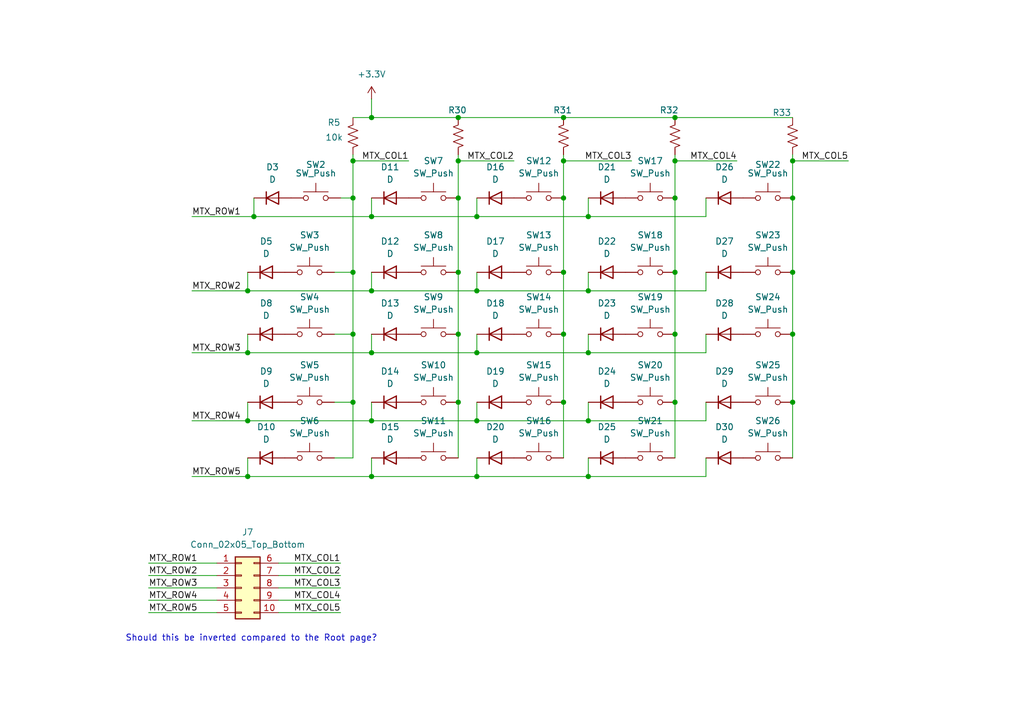
<source format=kicad_sch>
(kicad_sch (version 20250114) (generator "eeschema") (generator_version "9.0")
  (paper "A5")
  (title_block (date "2025-08-20") (rev "Rev5") (company "University of Toronto Human Powered Vehicles"))
  (lib_symbols
    (symbol "Connector_Generic:Conn_02x05_Top_Bottom" (pin_names (offset 1.016) (hide yes))
      (property "Reference" "J" (at 1.27 7.62 0))
      (property "Value" "Conn_02x05_Top_Bottom" (at 1.27 -7.62 0))
      (symbol "Conn_02x05_Top_Bottom_1_1"
        (rectangle (start -1.27 6.35) (end 3.81 -6.35) (stroke (width 0.254)) (fill (type background)))
        (rectangle (start -1.27 5.207) (end 0 4.953) (stroke (width 0.1524)))
        (rectangle (start -1.27 2.667) (end 0 2.413) (stroke (width 0.1524)))
        (rectangle (start -1.27 0.127) (end 0 -0.127) (stroke (width 0.1524)))
        (rectangle (start -1.27 -2.413) (end 0 -2.667) (stroke (width 0.1524)))
        (rectangle (start -1.27 -4.953) (end 0 -5.207) (stroke (width 0.1524)))
        (rectangle (start 3.81 5.207) (end 2.54 4.953) (stroke (width 0.1524)))
        (rectangle (start 3.81 2.667) (end 2.54 2.413) (stroke (width 0.1524)))
        (rectangle (start 3.81 0.127) (end 2.54 -0.127) (stroke (width 0.1524)))
        (rectangle (start 3.81 -2.413) (end 2.54 -2.667) (stroke (width 0.1524)))
        (rectangle (start 3.81 -4.953) (end 2.54 -5.207) (stroke (width 0.1524)))
        (pin passive line (at -5.08 5.08 0) (length 3.81) (name "Pin_1") (number "1"))
        (pin passive line (at -5.08 2.54 0) (length 3.81) (name "Pin_2") (number "2"))
        (pin passive line (at -5.08 0 0) (length 3.81) (name "Pin_3") (number "3"))
        (pin passive line (at -5.08 -2.54 0) (length 3.81) (name "Pin_4") (number "4"))
        (pin passive line (at -5.08 -5.08 0) (length 3.81) (name "Pin_5") (number "5"))
        (pin passive line (at 7.62 5.08 180) (length 3.81) (name "Pin_6") (number "6"))
        (pin passive line (at 7.62 2.54 180) (length 3.81) (name "Pin_7") (number "7"))
        (pin passive line (at 7.62 0 180) (length 3.81) (name "Pin_8") (number "8"))
        (pin passive line (at 7.62 -2.54 180) (length 3.81) (name "Pin_9") (number "9"))
        (pin passive line (at 7.62 -5.08 180) (length 3.81) (name "Pin_10") (number "10"))
      )
    )
    (symbol "Device:D" (pin_numbers (hide yes)) (pin_names (offset 1.016) (hide yes))
      (property "Reference" "D" (at 0 2.54 0))
      (property "Value" "D" (at 0 -2.54 0))
      (symbol "D_0_1"
        (polyline (pts (xy -1.27 1.27) (xy -1.27 -1.27)) (stroke (width 0.254)))
        (polyline (pts (xy 1.27 1.27) (xy 1.27 -1.27) (xy -1.27 0) (xy 1.27 1.27)) (stroke (width 0.254)))
        (polyline (pts (xy 1.27 0) (xy -1.27 0)))
      )
      (symbol "D_1_1"
        (pin passive line (at -3.81 0 0) (length 2.54) (name "K") (number "1"))
        (pin passive line (at 3.81 0 180) (length 2.54) (name "A") (number "2"))
      )
    )
    (symbol "Device:R_US" (pin_numbers (hide yes)) (pin_names (offset 0))
      (property "Reference" "R" (at 2.54 0 90))
      (property "Value" "R_US" (at -2.54 0 90))
      (symbol "R_US_0_1"
        (polyline (pts (xy 0 2.286) (xy 0 2.54)))
        (polyline (pts (xy 0 2.286) (xy 1.016 1.905) (xy 0 1.524) (xy -1.016 1.143) (xy 0 0.762)))
        (polyline (pts (xy 0 0.762) (xy 1.016 0.381) (xy 0 0) (xy -1.016 -0.381) (xy 0 -0.762)))
        (polyline (pts (xy 0 -0.762) (xy 1.016 -1.143) (xy 0 -1.524) (xy -1.016 -1.905) (xy 0 -2.286)))
        (polyline (pts (xy 0 -2.286) (xy 0 -2.54)))
      )
      (symbol "R_US_1_1"
        (pin passive line (at 0 3.81 270) (length 1.27) (name "~") (number "1"))
        (pin passive line (at 0 -3.81 90) (length 1.27) (name "~") (number "2"))
      )
    )
    (symbol "Switch:SW_Push" (pin_numbers (hide yes)) (pin_names (offset 1.016) (hide yes))
      (property "Reference" "SW" (at 1.27 2.54 0))
      (property "Value" "SW_Push" (at 0 -1.524 0))
      (symbol "SW_Push_0_1"
        (circle (center -2.032 0) (radius 0.508))
        (polyline (pts (xy 0 1.27) (xy 0 3.048)))
        (circle (center 2.032 0) (radius 0.508))
        (polyline (pts (xy 2.54 1.27) (xy -2.54 1.27)))
        (pin passive line (at -5.08 0 0) (length 2.54) (name "1") (number "1"))
        (pin passive line (at 5.08 0 180) (length 2.54) (name "2") (number "2"))
      )
    )
    (symbol "power:+3.3V" (power) (pin_numbers (hide yes)) (pin_names (offset 0) (hide yes))
      (property "Value" "+3.3V" (at 0 3.556 0))
      (symbol "+3.3V_0_1"
        (polyline (pts (xy -0.762 1.27) (xy 0 2.54)))
        (polyline (pts (xy 0 2.54) (xy 0.762 1.27)))
        (polyline (pts (xy 0 0) (xy 0 2.54)))
      )
      (symbol "+3.3V_1_1"
        (pin power_in line (at 0 0 90) (length 0) (name "~") (number "1"))
      )
    )
  )
  (text "Should this be inverted compared to the Root page?" (at 51.562 131.064 0) (effects (font (size 1.27 1.27))))
  (junction (at 120.65 72.39))
  (junction (at 72.39 33.02))
  (junction (at 97.79 72.39))
  (junction (at 76.2 72.39))
  (junction (at 76.2 44.45))
  (junction (at 120.65 44.45))
  (junction (at 76.2 97.79))
  (junction (at 115.57 55.88))
  (junction (at 93.98 55.88))
  (junction (at 120.65 86.36))
  (junction (at 138.43 33.02))
  (junction (at 115.57 82.55))
  (junction (at 50.8 86.36))
  (junction (at 162.56 40.64))
  (junction (at 138.43 82.55))
  (junction (at 138.43 24.13))
  (junction (at 97.79 59.69))
  (junction (at 50.8 97.79))
  (junction (at 162.56 55.88))
  (junction (at 97.79 44.45))
  (junction (at 76.2 24.13))
  (junction (at 138.43 55.88))
  (junction (at 138.43 68.58))
  (junction (at 50.8 59.69))
  (junction (at 115.57 33.02))
  (junction (at 76.2 86.36))
  (junction (at 72.39 55.88))
  (junction (at 120.65 97.79))
  (junction (at 93.98 40.64))
  (junction (at 52.07 44.45))
  (junction (at 162.56 82.55))
  (junction (at 138.43 40.64))
  (junction (at 72.39 68.58))
  (junction (at 162.56 68.58))
  (junction (at 97.79 97.79))
  (junction (at 115.57 68.58))
  (junction (at 76.2 59.69))
  (junction (at 120.65 59.69))
  (junction (at 50.8 72.39))
  (junction (at 115.57 24.13))
  (junction (at 93.98 82.55))
  (junction (at 72.39 82.55))
  (junction (at 115.57 40.64))
  (junction (at 162.56 33.02))
  (junction (at 72.39 40.64))
  (junction (at 93.98 68.58))
  (junction (at 97.79 86.36))
  (junction (at 93.98 24.13))
  (junction (at 93.98 33.02))
  (wire (pts (xy 120.65 86.36) (xy 144.78 86.36)))
  (wire (pts (xy 270.51 106.68) (xy 270.51 105.41)))
  (wire (pts (xy 138.43 24.13) (xy 162.56 24.13)))
  (wire (pts (xy 76.2 20.32) (xy 76.2 24.13)))
  (wire (pts (xy 120.65 44.45) (xy 97.79 44.45)))
  (wire (pts (xy 52.07 44.45) (xy 52.07 40.64)))
  (wire (pts (xy 173.99 33.02) (xy 162.56 33.02)))
  (wire (pts (xy 144.78 40.64) (xy 144.78 44.45)))
  (wire (pts (xy 97.79 93.98) (xy 97.79 97.79)))
  (wire (pts (xy 138.43 68.58) (xy 138.43 82.55)))
  (wire (pts (xy 68.58 68.58) (xy 72.39 68.58)))
  (wire (pts (xy 76.2 97.79) (xy 50.8 97.79)))
  (wire (pts (xy 144.78 72.39) (xy 144.78 68.58)))
  (wire (pts (xy 138.43 82.55) (xy 138.43 93.98)))
  (wire (pts (xy 120.65 72.39) (xy 144.78 72.39)))
  (wire (pts (xy 93.98 68.58) (xy 93.98 82.55)))
  (wire (pts (xy 50.8 97.79) (xy 50.8 93.98)))
  (wire (pts (xy 97.79 59.69) (xy 76.2 59.69)))
  (wire (pts (xy 57.15 125.73) (xy 69.85 125.73)))
  (wire (pts (xy 72.39 68.58) (xy 72.39 82.55)))
  (wire (pts (xy 93.98 24.13) (xy 115.57 24.13)))
  (wire (pts (xy 120.65 93.98) (xy 120.65 97.79)))
  (wire (pts (xy 162.56 33.02) (xy 162.56 40.64)))
  (wire (pts (xy 115.57 33.02) (xy 115.57 40.64)))
  (wire (pts (xy 68.58 82.55) (xy 72.39 82.55)))
  (wire (pts (xy 69.85 120.65) (xy 57.15 120.65)))
  (wire (pts (xy 72.39 55.88) (xy 72.39 68.58)))
  (wire (pts (xy 93.98 40.64) (xy 93.98 55.88)))
  (wire (pts (xy 72.39 93.98) (xy 68.58 93.98)))
  (wire (pts (xy 72.39 82.55) (xy 72.39 93.98)))
  (wire (pts (xy 39.37 44.45) (xy 52.07 44.45)))
  (wire (pts (xy 105.41 33.02) (xy 93.98 33.02)))
  (wire (pts (xy 68.58 55.88) (xy 72.39 55.88)))
  (wire (pts (xy 120.65 82.55) (xy 120.65 86.36)))
  (wire (pts (xy 115.57 82.55) (xy 115.57 93.98)))
  (wire (pts (xy 97.79 72.39) (xy 120.65 72.39)))
  (wire (pts (xy 97.79 55.88) (xy 97.79 59.69)))
  (wire (pts (xy 30.48 123.19) (xy 44.45 123.19)))
  (wire (pts (xy 93.98 33.02) (xy 93.98 40.64)))
  (wire (pts (xy 115.57 31.75) (xy 115.57 33.02)))
  (wire (pts (xy 83.82 33.02) (xy 72.39 33.02)))
  (wire (pts (xy 50.8 72.39) (xy 50.8 68.58)))
  (wire (pts (xy 144.78 55.88) (xy 144.78 59.69)))
  (wire (pts (xy 39.37 86.36) (xy 50.8 86.36)))
  (wire (pts (xy 151.13 33.02) (xy 138.43 33.02)))
  (wire (pts (xy 69.85 118.11) (xy 57.15 118.11)))
  (wire (pts (xy 50.8 59.69) (xy 76.2 59.69)))
  (wire (pts (xy 115.57 55.88) (xy 115.57 68.58)))
  (wire (pts (xy 30.48 125.73) (xy 44.45 125.73)))
  (wire (pts (xy 138.43 33.02) (xy 138.43 40.64)))
  (wire (pts (xy 72.39 31.75) (xy 72.39 33.02)))
  (wire (pts (xy 93.98 31.75) (xy 93.98 33.02)))
  (wire (pts (xy 39.37 59.69) (xy 50.8 59.69)))
  (wire (pts (xy 120.65 55.88) (xy 120.65 59.69)))
  (wire (pts (xy 144.78 97.79) (xy 144.78 93.98)))
  (wire (pts (xy 50.8 59.69) (xy 50.8 55.88)))
  (wire (pts (xy 138.43 40.64) (xy 138.43 55.88)))
  (wire (pts (xy 30.48 118.11) (xy 44.45 118.11)))
  (wire (pts (xy 76.2 40.64) (xy 76.2 44.45)))
  (wire (pts (xy 76.2 68.58) (xy 76.2 72.39)))
  (wire (pts (xy 115.57 40.64) (xy 115.57 55.88)))
  (wire (pts (xy 30.48 115.57) (xy 44.45 115.57)))
  (wire (pts (xy 120.65 59.69) (xy 97.79 59.69)))
  (wire (pts (xy 120.65 68.58) (xy 120.65 72.39)))
  (wire (pts (xy 69.85 40.64) (xy 72.39 40.64)))
  (wire (pts (xy 69.85 115.57) (xy 57.15 115.57)))
  (wire (pts (xy 138.43 31.75) (xy 138.43 33.02)))
  (wire (pts (xy 72.39 33.02) (xy 72.39 40.64)))
  (wire (pts (xy 76.2 55.88) (xy 76.2 59.69)))
  (wire (pts (xy 76.2 72.39) (xy 97.79 72.39)))
  (wire (pts (xy 120.65 40.64) (xy 120.65 44.45)))
  (wire (pts (xy 97.79 68.58) (xy 97.79 72.39)))
  (wire (pts (xy 144.78 86.36) (xy 144.78 82.55)))
  (wire (pts (xy 52.07 44.45) (xy 76.2 44.45)))
  (wire (pts (xy 144.78 44.45) (xy 120.65 44.45)))
  (wire (pts (xy 76.2 97.79) (xy 97.79 97.79)))
  (wire (pts (xy 72.39 40.64) (xy 72.39 55.88)))
  (wire (pts (xy 162.56 55.88) (xy 162.56 68.58)))
  (wire (pts (xy 76.2 82.55) (xy 76.2 86.36)))
  (wire (pts (xy 76.2 24.13) (xy 93.98 24.13)))
  (wire (pts (xy 144.78 59.69) (xy 120.65 59.69)))
  (wire (pts (xy 115.57 24.13) (xy 138.43 24.13)))
  (wire (pts (xy 97.79 86.36) (xy 120.65 86.36)))
  (wire (pts (xy 72.39 24.13) (xy 76.2 24.13)))
  (wire (pts (xy 162.56 40.64) (xy 162.56 55.88)))
  (wire (pts (xy 162.56 82.55) (xy 162.56 93.98)))
  (wire (pts (xy 30.48 120.65) (xy 44.45 120.65)))
  (wire (pts (xy 93.98 55.88) (xy 93.98 68.58)))
  (wire (pts (xy 39.37 97.79) (xy 50.8 97.79)))
  (wire (pts (xy 97.79 82.55) (xy 97.79 86.36)))
  (wire (pts (xy 162.56 31.75) (xy 162.56 33.02)))
  (wire (pts (xy 76.2 86.36) (xy 97.79 86.36)))
  (wire (pts (xy 50.8 86.36) (xy 50.8 82.55)))
  (wire (pts (xy 97.79 40.64) (xy 97.79 44.45)))
  (wire (pts (xy 138.43 55.88) (xy 138.43 68.58)))
  (wire (pts (xy 76.2 93.98) (xy 76.2 97.79)))
  (wire (pts (xy 97.79 44.45) (xy 76.2 44.45)))
  (wire (pts (xy 162.56 68.58) (xy 162.56 82.55)))
  (wire (pts (xy 50.8 86.36) (xy 76.2 86.36)))
  (wire (pts (xy 93.98 82.55) (xy 93.98 93.98)))
  (wire (pts (xy 115.57 68.58) (xy 115.57 82.55)))
  (wire (pts (xy 69.85 123.19) (xy 57.15 123.19)))
  (wire (pts (xy 129.54 33.02) (xy 115.57 33.02)))
  (wire (pts (xy 97.79 97.79) (xy 120.65 97.79)))
  (wire (pts (xy 50.8 72.39) (xy 76.2 72.39)))
  (wire (pts (xy 120.65 97.79) (xy 144.78 97.79)))
  (wire (pts (xy 39.37 72.39) (xy 50.8 72.39)))
  (label "MTX_COL5" (at 69.85 125.73 180))
  (label "MTX_ROW5" (at 30.48 125.73 0))
  (label "MTX_COL2" (at 69.85 118.11 180))
  (label "MTX_ROW3" (at 39.37 72.39 0))
  (label "MTX_COL4" (at 151.13 33.02 180))
  (label "MTX_COL3" (at 69.85 120.65 180))
  (label "MTX_ROW3" (at 30.48 120.65 0))
  (label "MTX_COL3" (at 129.54 33.02 180))
  (label "MTX_COL4" (at 69.85 123.19 180))
  (label "MTX_COL5" (at 173.99 33.02 180))
  (label "MTX_COL1" (at 69.85 115.57 180))
  (label "MTX_ROW2" (at 30.48 118.11 0))
  (label "MTX_ROW1" (at 39.37 44.45 0))
  (label "MTX_COL2" (at 105.41 33.02 180))
  (label "MTX_ROW4" (at 39.37 86.36 0))
  (label "MTX_ROW4" (at 30.48 123.19 0))
  (label "MTX_ROW1" (at 30.48 115.57 0))
  (label "MTX_COL1" (at 83.82 33.02 180))
  (label "MTX_ROW5" (at 39.37 97.79 0))
  (label "MTX_ROW2" (at 39.37 59.69 0))
  (symbol (lib_id "Switch:SW_Push") (at 157.48 68.58 0) (unit 1)
    (property "Reference" "SW24" (at 157.48 60.96 0))
    (property "Value" "SW_Push" (at 157.48 63.5 0))
    (property "Description" "Push button switch, generic, two pins" (effects (hide yes)))
  )
  (symbol (lib_id "Switch:SW_Push") (at 64.77 40.64 0) (unit 1)
    (property "Reference" "SW2" (at 64.77 33.782 0))
    (property "Value" "SW_Push" (at 64.77 35.56 0))
    (property "Description" "Push button switch, generic, two pins" (effects (hide yes)))
  )
  (symbol (lib_id "Switch:SW_Push") (at 110.49 82.55 0) (unit 1)
    (property "Reference" "SW15" (at 110.49 74.93 0))
    (property "Value" "SW_Push" (at 110.49 77.47 0))
    (property "Description" "Push button switch, generic, two pins" (effects (hide yes)))
  )
  (symbol (lib_id "Device:D") (at 80.01 55.88 0) (unit 1)
    (property "Reference" "D12" (at 80.01 49.53 0))
    (property "Value" "D" (at 80.01 52.07 0))
    (property "Description" "Diode" (effects (hide yes)))
    (property "Sim.Device" "D" (effects (hide yes)))
    (property "Sim.Pins" "1=K 2=A" (effects (hide yes)))
  )
  (symbol (lib_id "Switch:SW_Push") (at 157.48 40.64 0) (unit 1)
    (property "Reference" "SW22" (at 157.48 33.782 0))
    (property "Value" "SW_Push" (at 157.48 35.56 0))
    (property "Description" "Push button switch, generic, two pins" (effects (hide yes)))
  )
  (symbol (lib_id "Device:D") (at 148.59 55.88 0) (unit 1)
    (property "Reference" "D27" (at 148.59 49.53 0))
    (property "Value" "D" (at 148.59 52.07 0))
    (property "Description" "Diode" (effects (hide yes)))
    (property "Sim.Device" "D" (effects (hide yes)))
    (property "Sim.Pins" "1=K 2=A" (effects (hide yes)))
  )
  (symbol (lib_id "Device:D") (at 54.61 93.98 0) (unit 1)
    (property "Reference" "D10" (at 54.61 87.63 0))
    (property "Value" "D" (at 54.61 90.17 0))
    (property "Description" "Diode" (effects (hide yes)))
    (property "Sim.Device" "D" (effects (hide yes)))
    (property "Sim.Pins" "1=K 2=A" (effects (hide yes)))
  )
  (symbol (lib_id "Device:D") (at 124.46 40.64 0) (unit 1)
    (property "Reference" "D21" (at 124.46 34.29 0))
    (property "Value" "D" (at 124.46 36.83 0))
    (property "Description" "Diode" (effects (hide yes)))
    (property "Sim.Device" "D" (effects (hide yes)))
    (property "Sim.Pins" "1=K 2=A" (effects (hide yes)))
  )
  (symbol (lib_id "Device:D") (at 80.01 40.64 0) (unit 1)
    (property "Reference" "D11" (at 80.01 34.29 0))
    (property "Value" "D" (at 80.01 36.83 0))
    (property "Description" "Diode" (effects (hide yes)))
    (property "Sim.Device" "D" (effects (hide yes)))
    (property "Sim.Pins" "1=K 2=A" (effects (hide yes)))
  )
  (symbol (lib_id "Switch:SW_Push") (at 110.49 93.98 0) (unit 1)
    (property "Reference" "SW16" (at 110.49 86.36 0))
    (property "Value" "SW_Push" (at 110.49 88.9 0))
    (property "Description" "Push button switch, generic, two pins" (effects (hide yes)))
  )
  (symbol (lib_id "Device:D") (at 101.6 68.58 0) (unit 1)
    (property "Reference" "D18" (at 101.6 62.23 0))
    (property "Value" "D" (at 101.6 64.77 0))
    (property "Description" "Diode" (effects (hide yes)))
    (property "Sim.Device" "D" (effects (hide yes)))
    (property "Sim.Pins" "1=K 2=A" (effects (hide yes)))
  )
  (symbol (lib_id "Device:R_US") (at 115.57 27.94 0) (mirror y) (unit 1)
    (property "Reference" "R31" (at 117.348 22.606 0) (effects (justify left)))
    (property "Value" "10k" (effects (hide yes)))
    (property "Footprint" "Resistor_SMD:R_0603_1608Metric" (effects (hide yes)))
    (property "Description" "Resistor, US symbol" (effects (hide yes)))
    (property "LCSC" "C25804" (effects (hide yes)))
  )
  (symbol (lib_id "Device:D") (at 101.6 40.64 0) (unit 1)
    (property "Reference" "D16" (at 101.6 34.29 0))
    (property "Value" "D" (at 101.6 36.83 0))
    (property "Description" "Diode" (effects (hide yes)))
    (property "Sim.Device" "D" (effects (hide yes)))
    (property "Sim.Pins" "1=K 2=A" (effects (hide yes)))
  )
  (symbol (lib_id "Device:D") (at 80.01 93.98 0) (unit 1)
    (property "Reference" "D15" (at 80.01 87.63 0))
    (property "Value" "D" (at 80.01 90.17 0))
    (property "Description" "Diode" (effects (hide yes)))
    (property "Sim.Device" "D" (effects (hide yes)))
    (property "Sim.Pins" "1=K 2=A" (effects (hide yes)))
  )
  (symbol (lib_id "Device:D") (at 54.61 82.55 0) (unit 1)
    (property "Reference" "D9" (at 54.61 76.2 0))
    (property "Value" "D" (at 54.61 78.74 0))
    (property "Description" "Diode" (effects (hide yes)))
    (property "Sim.Device" "D" (effects (hide yes)))
    (property "Sim.Pins" "1=K 2=A" (effects (hide yes)))
  )
  (symbol (lib_id "Device:D") (at 80.01 68.58 0) (unit 1)
    (property "Reference" "D13" (at 80.01 62.23 0))
    (property "Value" "D" (at 80.01 64.77 0))
    (property "Description" "Diode" (effects (hide yes)))
    (property "Sim.Device" "D" (effects (hide yes)))
    (property "Sim.Pins" "1=K 2=A" (effects (hide yes)))
  )
  (symbol (lib_id "Device:D") (at 101.6 93.98 0) (unit 1)
    (property "Reference" "D20" (at 101.6 87.63 0))
    (property "Value" "D" (at 101.6 90.17 0))
    (property "Description" "Diode" (effects (hide yes)))
    (property "Sim.Device" "D" (effects (hide yes)))
    (property "Sim.Pins" "1=K 2=A" (effects (hide yes)))
  )
  (symbol (lib_id "Switch:SW_Push") (at 88.9 68.58 0) (unit 1)
    (property "Reference" "SW9" (at 88.9 60.96 0))
    (property "Value" "SW_Push" (at 88.9 63.5 0))
    (property "Description" "Push button switch, generic, two pins" (effects (hide yes)))
  )
  (symbol (lib_id "Connector_Generic:Conn_02x05_Top_Bottom") (at 49.53 120.65 0) (unit 1)
    (property "Reference" "J7" (at 50.8 109.22 0))
    (property "Value" "Conn_02x05_Top_Bottom" (at 50.8 111.76 0))
    (property "Description" "Generic connector, double row, 02x05, top/bottom pin numbering scheme (row 1: 1...pins_per_row, row2: pins_per_row+1 ... num_pins), script generated (kicad-library-utils/schlib/autogen/connector/)" (effects (hide yes)))
  )
  (symbol (lib_id "Device:D") (at 148.59 82.55 0) (unit 1)
    (property "Reference" "D29" (at 148.59 76.2 0))
    (property "Value" "D" (at 148.59 78.74 0))
    (property "Description" "Diode" (effects (hide yes)))
    (property "Sim.Device" "D" (effects (hide yes)))
    (property "Sim.Pins" "1=K 2=A" (effects (hide yes)))
  )
  (symbol (lib_id "Switch:SW_Push") (at 63.5 93.98 0) (unit 1)
    (property "Reference" "SW6" (at 63.5 86.36 0))
    (property "Value" "SW_Push" (at 63.5 88.9 0))
    (property "Description" "Push button switch, generic, two pins" (effects (hide yes)))
  )
  (symbol (lib_id "Device:D") (at 124.46 68.58 0) (unit 1)
    (property "Reference" "D23" (at 124.46 62.23 0))
    (property "Value" "D" (at 124.46 64.77 0))
    (property "Description" "Diode" (effects (hide yes)))
    (property "Sim.Device" "D" (effects (hide yes)))
    (property "Sim.Pins" "1=K 2=A" (effects (hide yes)))
  )
  (symbol (lib_id "Device:D") (at 55.88 40.64 0) (unit 1)
    (property "Reference" "D3" (at 55.88 34.29 0))
    (property "Value" "D" (at 55.88 36.83 0))
    (property "Description" "Diode" (effects (hide yes)))
    (property "Sim.Device" "D" (effects (hide yes)))
    (property "Sim.Pins" "1=K 2=A" (effects (hide yes)))
  )
  (symbol (lib_id "Switch:SW_Push") (at 110.49 55.88 0) (unit 1)
    (property "Reference" "SW13" (at 110.49 48.26 0))
    (property "Value" "SW_Push" (at 110.49 50.8 0))
    (property "Description" "Push button switch, generic, two pins" (effects (hide yes)))
  )
  (symbol (lib_id "Switch:SW_Push") (at 133.35 93.98 0) (unit 1)
    (property "Reference" "SW21" (at 133.35 86.36 0))
    (property "Value" "SW_Push" (at 133.35 88.9 0))
    (property "Description" "Push button switch, generic, two pins" (effects (hide yes)))
  )
  (symbol (lib_id "Device:D") (at 54.61 68.58 0) (unit 1)
    (property "Reference" "D8" (at 54.61 62.23 0))
    (property "Value" "D" (at 54.61 64.77 0))
    (property "Description" "Diode" (effects (hide yes)))
    (property "Sim.Device" "D" (effects (hide yes)))
    (property "Sim.Pins" "1=K 2=A" (effects (hide yes)))
  )
  (symbol (lib_id "Switch:SW_Push") (at 110.49 68.58 0) (unit 1)
    (property "Reference" "SW14" (at 110.49 60.96 0))
    (property "Value" "SW_Push" (at 110.49 63.5 0))
    (property "Description" "Push button switch, generic, two pins" (effects (hide yes)))
  )
  (symbol (lib_id "Switch:SW_Push") (at 133.35 68.58 0) (unit 1)
    (property "Reference" "SW19" (at 133.35 60.96 0))
    (property "Value" "SW_Push" (at 133.35 63.5 0))
    (property "Description" "Push button switch, generic, two pins" (effects (hide yes)))
  )
  (symbol (lib_id "Switch:SW_Push") (at 133.35 40.64 0) (unit 1)
    (property "Reference" "SW17" (at 133.35 33.02 0))
    (property "Value" "SW_Push" (at 133.35 35.56 0))
    (property "Description" "Push button switch, generic, two pins" (effects (hide yes)))
  )
  (symbol (lib_id "Device:D") (at 101.6 82.55 0) (unit 1)
    (property "Reference" "D19" (at 101.6 76.2 0))
    (property "Value" "D" (at 101.6 78.74 0))
    (property "Description" "Diode" (effects (hide yes)))
    (property "Sim.Device" "D" (effects (hide yes)))
    (property "Sim.Pins" "1=K 2=A" (effects (hide yes)))
  )
  (symbol (lib_id "Device:D") (at 54.61 55.88 0) (unit 1)
    (property "Reference" "D5" (at 54.61 49.53 0))
    (property "Value" "D" (at 54.61 52.07 0))
    (property "Description" "Diode" (effects (hide yes)))
    (property "Sim.Device" "D" (effects (hide yes)))
    (property "Sim.Pins" "1=K 2=A" (effects (hide yes)))
  )
  (symbol (lib_id "Switch:SW_Push") (at 88.9 82.55 0) (unit 1)
    (property "Reference" "SW10" (at 88.9 74.93 0))
    (property "Value" "SW_Push" (at 88.9 77.47 0))
    (property "Description" "Push button switch, generic, two pins" (effects (hide yes)))
  )
  (symbol (lib_id "Switch:SW_Push") (at 63.5 82.55 0) (unit 1)
    (property "Reference" "SW5" (at 63.5 74.93 0))
    (property "Value" "SW_Push" (at 63.5 77.47 0))
    (property "Description" "Push button switch, generic, two pins" (effects (hide yes)))
  )
  (symbol (lib_id "Device:D") (at 148.59 68.58 0) (unit 1)
    (property "Reference" "D28" (at 148.59 62.23 0))
    (property "Value" "D" (at 148.59 64.77 0))
    (property "Description" "Diode" (effects (hide yes)))
    (property "Sim.Device" "D" (effects (hide yes)))
    (property "Sim.Pins" "1=K 2=A" (effects (hide yes)))
  )
  (symbol (lib_id "Device:R_US") (at 72.39 27.94 0) (mirror y) (unit 1)
    (property "Reference" "R5" (at 69.85 25.146 0) (effects (justify left)))
    (property "Value" "10k" (at 70.358 28.194 0) (effects (justify left)))
    (property "Footprint" "Resistor_SMD:R_0603_1608Metric" (effects (hide yes)))
    (property "Description" "Resistor, US symbol" (effects (hide yes)))
    (property "LCSC" "C25804" (effects (hide yes)))
  )
  (symbol (lib_id "Switch:SW_Push") (at 133.35 55.88 0) (unit 1)
    (property "Reference" "SW18" (at 133.35 48.26 0))
    (property "Value" "SW_Push" (at 133.35 50.8 0))
    (property "Description" "Push button switch, generic, two pins" (effects (hide yes)))
  )
  (symbol (lib_id "Device:D") (at 124.46 82.55 0) (unit 1)
    (property "Reference" "D24" (at 124.46 76.2 0))
    (property "Value" "D" (at 124.46 78.74 0))
    (property "Description" "Diode" (effects (hide yes)))
    (property "Sim.Device" "D" (effects (hide yes)))
    (property "Sim.Pins" "1=K 2=A" (effects (hide yes)))
  )
  (symbol (lib_id "Device:D") (at 124.46 93.98 0) (unit 1)
    (property "Reference" "D25" (at 124.46 87.63 0))
    (property "Value" "D" (at 124.46 90.17 0))
    (property "Description" "Diode" (effects (hide yes)))
    (property "Sim.Device" "D" (effects (hide yes)))
    (property "Sim.Pins" "1=K 2=A" (effects (hide yes)))
  )
  (symbol (lib_id "Switch:SW_Push") (at 63.5 55.88 0) (unit 1)
    (property "Reference" "SW3" (at 63.5 48.26 0))
    (property "Value" "SW_Push" (at 63.5 50.8 0))
    (property "Description" "Push button switch, generic, two pins" (effects (hide yes)))
  )
  (symbol (lib_id "Switch:SW_Push") (at 63.5 68.58 0) (unit 1)
    (property "Reference" "SW4" (at 63.5 60.96 0))
    (property "Value" "SW_Push" (at 63.5 63.5 0))
    (property "Description" "Push button switch, generic, two pins" (effects (hide yes)))
  )
  (symbol (lib_id "Device:D") (at 148.59 40.64 0) (unit 1)
    (property "Reference" "D26" (at 148.59 34.29 0))
    (property "Value" "D" (at 148.59 36.83 0))
    (property "Description" "Diode" (effects (hide yes)))
    (property "Sim.Device" "D" (effects (hide yes)))
    (property "Sim.Pins" "1=K 2=A" (effects (hide yes)))
  )
  (symbol (lib_id "Device:D") (at 124.46 55.88 0) (unit 1)
    (property "Reference" "D22" (at 124.46 49.53 0))
    (property "Value" "D" (at 124.46 52.07 0))
    (property "Description" "Diode" (effects (hide yes)))
    (property "Sim.Device" "D" (effects (hide yes)))
    (property "Sim.Pins" "1=K 2=A" (effects (hide yes)))
  )
  (symbol (lib_id "Device:D") (at 148.59 93.98 0) (unit 1)
    (property "Reference" "D30" (at 148.59 87.63 0))
    (property "Value" "D" (at 148.59 90.17 0))
    (property "Description" "Diode" (effects (hide yes)))
    (property "Sim.Device" "D" (effects (hide yes)))
    (property "Sim.Pins" "1=K 2=A" (effects (hide yes)))
  )
  (symbol (lib_id "Switch:SW_Push") (at 88.9 93.98 0) (unit 1)
    (property "Reference" "SW11" (at 88.9 86.36 0))
    (property "Value" "SW_Push" (at 88.9 88.9 0))
    (property "Description" "Push button switch, generic, two pins" (effects (hide yes)))
  )
  (symbol (lib_id "Switch:SW_Push") (at 88.9 40.64 0) (unit 1)
    (property "Reference" "SW7" (at 88.9 33.02 0))
    (property "Value" "SW_Push" (at 88.9 35.56 0))
    (property "Description" "Push button switch, generic, two pins" (effects (hide yes)))
  )
  (symbol (lib_id "power:+3.3V") (at 76.2 20.32 0) (mirror y) (unit 1)
    (property "Reference" "#PWR031" (effects (hide yes)))
    (property "Value" "+3.3V" (at 76.2 15.24 0))
    (property "Description" "Power symbol creates a global label with name \"+3.3V\"" (effects (hide yes)))
  )
  (symbol (lib_id "Device:D") (at 80.01 82.55 0) (unit 1)
    (property "Reference" "D14" (at 80.01 76.2 0))
    (property "Value" "D" (at 80.01 78.74 0))
    (property "Description" "Diode" (effects (hide yes)))
    (property "Sim.Device" "D" (effects (hide yes)))
    (property "Sim.Pins" "1=K 2=A" (effects (hide yes)))
  )
  (symbol (lib_id "Switch:SW_Push") (at 110.49 40.64 0) (unit 1)
    (property "Reference" "SW12" (at 110.49 33.02 0))
    (property "Value" "SW_Push" (at 110.49 35.56 0))
    (property "Description" "Push button switch, generic, two pins" (effects (hide yes)))
  )
  (symbol (lib_id "Device:R_US") (at 162.56 27.94 0) (mirror y) (unit 1)
    (property "Reference" "R33" (at 162.306 23.114 0) (effects (justify left)))
    (property "Value" "10k" (effects (hide yes)))
    (property "Footprint" "Resistor_SMD:R_0603_1608Metric" (effects (hide yes)))
    (property "Description" "Resistor, US symbol" (effects (hide yes)))
    (property "LCSC" "C25804" (effects (hide yes)))
  )
  (symbol (lib_id "Device:R_US") (at 138.43 27.94 0) (mirror y) (unit 1)
    (property "Reference" "R32" (at 139.192 22.606 0) (effects (justify left)))
    (property "Value" "10k" (effects (hide yes)))
    (property "Footprint" "Resistor_SMD:R_0603_1608Metric" (effects (hide yes)))
    (property "Description" "Resistor, US symbol" (effects (hide yes)))
    (property "LCSC" "C25804" (effects (hide yes)))
  )
  (symbol (lib_id "Switch:SW_Push") (at 157.48 55.88 0) (unit 1)
    (property "Reference" "SW23" (at 157.48 48.26 0))
    (property "Value" "SW_Push" (at 157.48 50.8 0))
    (property "Description" "Push button switch, generic, two pins" (effects (hide yes)))
  )
  (symbol (lib_id "Switch:SW_Push") (at 157.48 82.55 0) (unit 1)
    (property "Reference" "SW25" (at 157.48 74.93 0))
    (property "Value" "SW_Push" (at 157.48 77.47 0))
    (property "Description" "Push button switch, generic, two pins" (effects (hide yes)))
  )
  (symbol (lib_id "Device:D") (at 101.6 55.88 0) (unit 1)
    (property "Reference" "D17" (at 101.6 49.53 0))
    (property "Value" "D" (at 101.6 52.07 0))
    (property "Description" "Diode" (effects (hide yes)))
    (property "Sim.Device" "D" (effects (hide yes)))
    (property "Sim.Pins" "1=K 2=A" (effects (hide yes)))
  )
  (symbol (lib_id "Switch:SW_Push") (at 88.9 55.88 0) (unit 1)
    (property "Reference" "SW8" (at 88.9 48.26 0))
    (property "Value" "SW_Push" (at 88.9 50.8 0))
    (property "Description" "Push button switch, generic, two pins" (effects (hide yes)))
  )
  (symbol (lib_id "Switch:SW_Push") (at 133.35 82.55 0) (unit 1)
    (property "Reference" "SW20" (at 133.35 74.93 0))
    (property "Value" "SW_Push" (at 133.35 77.47 0))
    (property "Description" "Push button switch, generic, two pins" (effects (hide yes)))
  )
  (symbol (lib_id "Device:R_US") (at 93.98 27.94 0) (mirror y) (unit 1)
    (property "Reference" "R30" (at 95.758 22.606 0) (effects (justify left)))
    (property "Value" "10k" (effects (hide yes)))
    (property "Footprint" "Resistor_SMD:R_0603_1608Metric" (effects (hide yes)))
    (property "Description" "Resistor, US symbol" (effects (hide yes)))
    (property "LCSC" "C25804" (effects (hide yes)))
  )
  (symbol (lib_id "Switch:SW_Push") (at 157.48 93.98 0) (unit 1)
    (property "Reference" "SW26" (at 157.48 86.36 0))
    (property "Value" "SW_Push" (at 157.48 88.9 0))
    (property "Description" "Push button switch, generic, two pins" (effects (hide yes)))
  )
)
</source>
